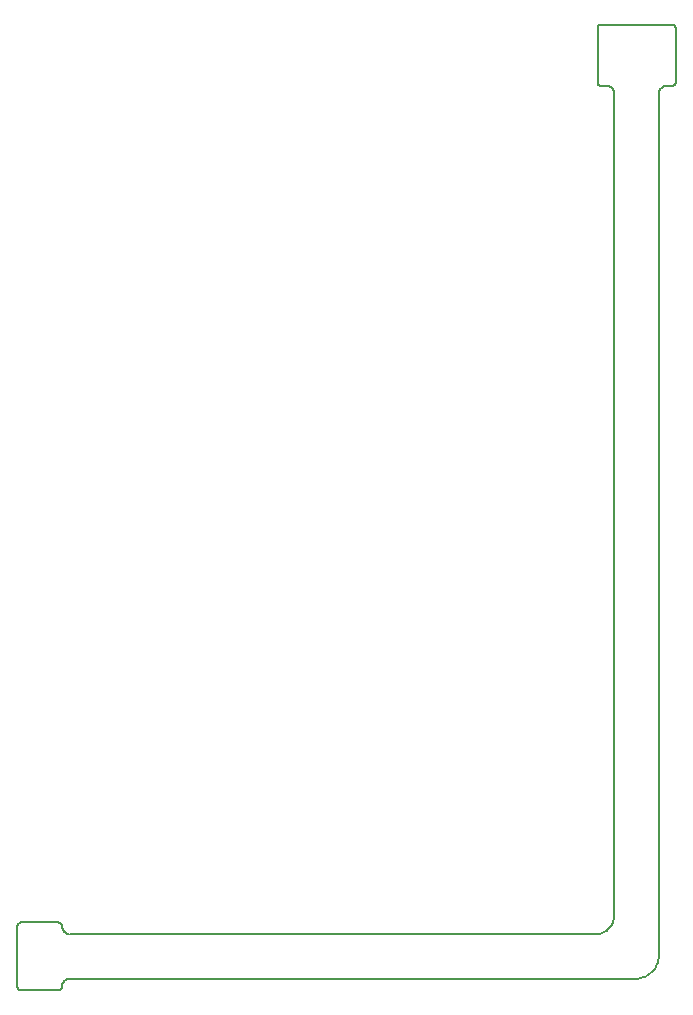
<source format=gko>
%FSTAX23Y23*%
%MOIN*%
%SFA1B1*%

%IPPOS*%
%ADD10C,0.005900*%
%LNbattery_flex-1*%
%LPD*%
G54D10*
X01033Y01822D02*
D01*
X01032Y01822*
X01032Y01822*
X01031Y01822*
X0103Y01822*
X01029Y01822*
X01028Y01821*
X01028Y01821*
X01027Y01821*
X01026Y0182*
X01026Y0182*
X01025Y01819*
X01024Y01819*
X01024Y01818*
X01023Y01817*
X01023Y01817*
X01022Y01816*
X01022Y01815*
X01022Y01814*
X01022Y01814*
X01021Y01813*
X01021Y01812*
X01021Y01811*
X01021Y0181*
X01269Y01618D02*
D01*
X0127Y01618*
X01271Y01618*
X01271Y01618*
X01272Y01618*
X01273Y01618*
X01274Y01619*
X01275Y01619*
X01275Y01619*
X01276Y0162*
X01277Y0162*
X01277Y01621*
X01278Y01621*
X01278Y01622*
X01279Y01623*
X01279Y01623*
X0128Y01624*
X0128Y01625*
X0128Y01626*
X01281Y01626*
X01281Y01627*
X01281Y01628*
X01281Y01629*
X01281Y0163*
X01016Y-01209D02*
D01*
X0102Y-01209*
X01024Y-01208*
X01028Y-01208*
X01032Y-01207*
X01036Y-01205*
X0104Y-01204*
X01044Y-01202*
X01047Y-012*
X01051Y-01198*
X01054Y-01196*
X01057Y-01193*
X0106Y-0119*
X01063Y-01187*
X01065Y-01184*
X01068Y-0118*
X0107Y-01177*
X01071Y-01173*
X01073Y-01169*
X01074Y-01165*
X01075Y-01161*
X01076Y-01157*
X01076Y-01153*
X01076Y-01149*
X01076Y01594D02*
D01*
X01076Y01595*
X01076Y01597*
X01076Y01598*
X01076Y016*
X01075Y01602*
X01074Y01603*
X01074Y01605*
X01073Y01606*
X01072Y01607*
X01071Y01609*
X0107Y0161*
X01069Y01611*
X01068Y01612*
X01066Y01613*
X01065Y01614*
X01063Y01615*
X01062Y01616*
X0106Y01616*
X01059Y01617*
X01057Y01617*
X01056Y01617*
X01054Y01618*
X01053Y01618*
X0125D02*
D01*
X01248Y01618*
X01247Y01617*
X01245Y01617*
X01243Y01617*
X01242Y01616*
X0124Y01616*
X01239Y01615*
X01237Y01614*
X01236Y01613*
X01235Y01612*
X01233Y01611*
X01232Y0161*
X01231Y01609*
X0123Y01608*
X01229Y01606*
X01229Y01605*
X01228Y01603*
X01227Y01602*
X01227Y016*
X01226Y01599*
X01226Y01597*
X01226Y01595*
X01226Y01594*
X-00901Y-01171D02*
D01*
X-00902Y-01171*
X-00902Y-01171*
X-00903Y-01171*
X-00904Y-01172*
X-00905Y-01172*
X-00906Y-01172*
X-00906Y-01172*
X-00907Y-01173*
X-00908Y-01173*
X-00908Y-01174*
X-00909Y-01174*
X-0091Y-01175*
X-0091Y-01176*
X-00911Y-01176*
X-00911Y-01177*
X-00912Y-01178*
X-00912Y-01178*
X-00912Y-01179*
X-00912Y-0118*
X-00913Y-01181*
X-00913Y-01182*
X-00913Y-01182*
X-00913Y-01183*
X-00739Y-01358D02*
D01*
X-00741Y-01358*
X-00743Y-01359*
X-00744Y-01359*
X-00746Y-01359*
X-00747Y-0136*
X-00749Y-0136*
X-0075Y-01361*
X-00752Y-01362*
X-00753Y-01363*
X-00755Y-01364*
X-00756Y-01365*
X-00757Y-01366*
X-00758Y-01367*
X-00759Y-01368*
X-0076Y-0137*
X-00761Y-01371*
X-00761Y-01373*
X-00762Y-01374*
X-00763Y-01376*
X-00763Y-01377*
X-00763Y-01379*
X-00763Y-01381*
X-00763Y-01382*
X-00763Y-01185D02*
D01*
X-00763Y-01186*
X-00763Y-01188*
X-00763Y-01189*
X-00763Y-01191*
X-00762Y-01193*
X-00761Y-01194*
X-00761Y-01196*
X-0076Y-01197*
X-00759Y-01198*
X-00758Y-012*
X-00757Y-01201*
X-00756Y-01202*
X-00755Y-01203*
X-00753Y-01204*
X-00752Y-01205*
X-0075Y-01206*
X-00749Y-01207*
X-00747Y-01207*
X-00746Y-01208*
X-00744Y-01208*
X-00743Y-01208*
X-00741Y-01209*
X-0074Y-01209*
X01146Y-01358D02*
D01*
X01151Y-01358*
X01157Y-01358*
X01162Y-01357*
X01167Y-01356*
X01173Y-01354*
X01178Y-01352*
X01183Y-0135*
X01188Y-01347*
X01192Y-01344*
X01197Y-01341*
X01201Y-01337*
X01205Y-01333*
X01208Y-01329*
X01212Y-01325*
X01215Y-0132*
X01217Y-01315*
X0122Y-0131*
X01221Y-01305*
X01223Y-013*
X01224Y-01295*
X01225Y-01289*
X01226Y-01284*
X01226Y-01279*
X01021Y0163D02*
D01*
X01021Y01629*
X01021Y01628*
X01021Y01627*
X01022Y01626*
X01022Y01626*
X01022Y01625*
X01022Y01624*
X01023Y01623*
X01023Y01623*
X01024Y01622*
X01024Y01621*
X01025Y01621*
X01026Y0162*
X01026Y0162*
X01027Y01619*
X01028Y01619*
X01028Y01619*
X01029Y01618*
X0103Y01618*
X01031Y01618*
X01032Y01618*
X01032Y01618*
X01033Y01618*
X01281Y0181D02*
D01*
X01281Y01811*
X01281Y01812*
X01281Y01813*
X01281Y01813*
X0128Y01814*
X0128Y01815*
X0128Y01816*
X01279Y01816*
X01279Y01817*
X01278Y01818*
X01278Y01818*
X01277Y01819*
X01277Y0182*
X01276Y0182*
X01275Y01821*
X01275Y01821*
X01274Y01821*
X01273Y01822*
X01272Y01822*
X01271Y01822*
X01271Y01822*
X0127Y01822*
X01269Y01822*
X-00776Y-01396D02*
D01*
X-00775Y-01396*
X-00774Y-01396*
X-00773Y-01396*
X-00772Y-01395*
X-00771Y-01395*
X-00771Y-01395*
X-0077Y-01395*
X-00769Y-01394*
X-00769Y-01394*
X-00768Y-01393*
X-00767Y-01393*
X-00767Y-01392*
X-00766Y-01391*
X-00766Y-01391*
X-00765Y-0139*
X-00765Y-01389*
X-00764Y-01389*
X-00764Y-01388*
X-00764Y-01387*
X-00764Y-01386*
X-00764Y-01385*
X-00764Y-01385*
X-00763Y-01384*
X-00763Y-01183D02*
D01*
X-00763Y-01182*
X-00763Y-01182*
X-00764Y-01181*
X-00764Y-0118*
X-00764Y-01179*
X-00764Y-01178*
X-00765Y-01178*
X-00765Y-01177*
X-00765Y-01176*
X-00766Y-01176*
X-00766Y-01175*
X-00767Y-01174*
X-00768Y-01174*
X-00768Y-01173*
X-00769Y-01173*
X-0077Y-01173*
X-0077Y-01172*
X-00771Y-01172*
X-00772Y-01172*
X-00773Y-01172*
X-00774Y-01171*
X-00774Y-01171*
X-00775Y-01171*
X-00913Y-01384D02*
D01*
X-00913Y-01384*
X-00913Y-01385*
X-00913Y-01386*
X-00912Y-01387*
X-00912Y-01388*
X-00912Y-01388*
X-00912Y-01389*
X-00911Y-0139*
X-00911Y-01391*
X-0091Y-01391*
X-0091Y-01392*
X-00909Y-01392*
X-00909Y-01393*
X-00908Y-01393*
X-00907Y-01394*
X-00906Y-01394*
X-00906Y-01395*
X-00905Y-01395*
X-00904Y-01395*
X-00903Y-01395*
X-00903Y-01396*
X-00902Y-01396*
X-00901Y-01396*
X01076Y-01149D02*
Y01594D01*
X0125Y01618D02*
X01269D01*
X-00739Y-01358D02*
X01146D01*
X01033Y01618D02*
X01053D01*
X-00901Y-01171D02*
X-00775D01*
X01226Y01594D02*
Y-01279D01*
X-00913Y-01384D02*
Y-01183D01*
X01281Y0163D02*
Y0181D01*
X-00739Y-01209D02*
X01016D01*
X01021Y0163D02*
Y0181D01*
X01033Y01822D02*
X01269D01*
X-00901Y-01396D02*
X-00775D01*
M02*
</source>
